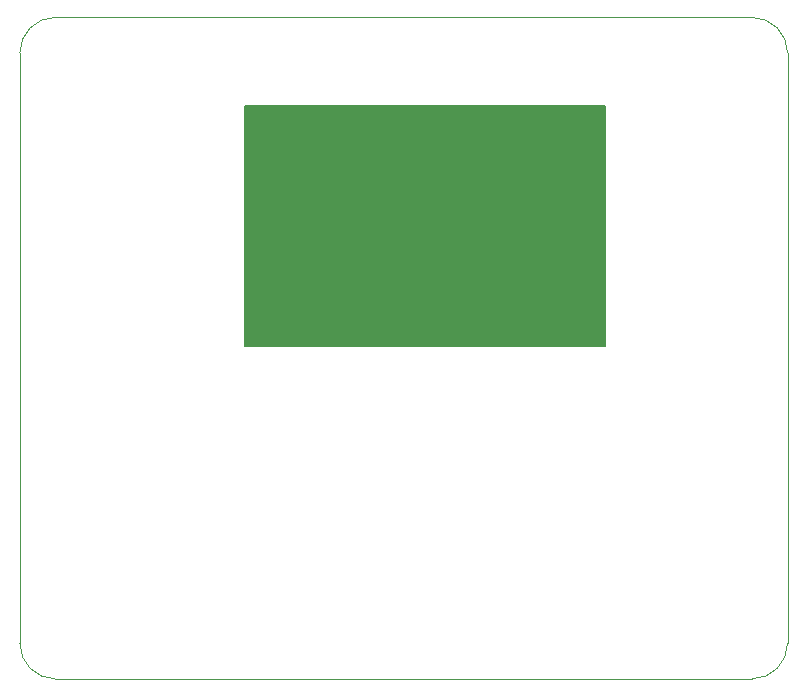
<source format=gbr>
G04 #@! TF.GenerationSoftware,KiCad,Pcbnew,7.0.10*
G04 #@! TF.CreationDate,2024-02-17T13:37:08-08:00*
G04 #@! TF.ProjectId,rpi-simplex-clock-hat,7270692d-7369-46d7-906c-65782d636c6f,1*
G04 #@! TF.SameCoordinates,Original*
G04 #@! TF.FileFunction,Profile,NP*
%FSLAX46Y46*%
G04 Gerber Fmt 4.6, Leading zero omitted, Abs format (unit mm)*
G04 Created by KiCad (PCBNEW 7.0.10) date 2024-02-17 13:37:08*
%MOMM*%
%LPD*%
G01*
G04 APERTURE LIST*
G04 #@! TA.AperFunction,Profile*
%ADD10C,0.100000*%
G04 #@! TD*
G04 #@! TA.AperFunction,Profile*
%ADD11C,0.200000*%
G04 #@! TD*
G04 APERTURE END LIST*
D10*
X103000000Y-99950000D02*
X162000000Y-99950000D01*
X165000000Y-46950000D02*
G75*
G03*
X162000000Y-43950000I-3000000J0D01*
G01*
D11*
X119050000Y-51422500D02*
X149530000Y-51422500D01*
X149530000Y-71742500D01*
X119050000Y-71742500D01*
X119050000Y-51422500D01*
G04 #@! TA.AperFunction,Profile*
G36*
X119050000Y-51422500D02*
G01*
X149530000Y-51422500D01*
X149530000Y-71742500D01*
X119050000Y-71742500D01*
X119050000Y-51422500D01*
G37*
G04 #@! TD.AperFunction*
D10*
X100000000Y-96950000D02*
G75*
G03*
X103000000Y-99950000I3000000J0D01*
G01*
X162000000Y-99950000D02*
G75*
G03*
X165000000Y-96950000I0J3000000D01*
G01*
X103000000Y-43950000D02*
G75*
G03*
X100000000Y-46950000I0J-3000000D01*
G01*
X162000000Y-43950000D02*
X103000000Y-43950000D01*
X100000000Y-46950000D02*
X100000000Y-96950000D01*
X165000000Y-96950000D02*
X165000000Y-46950000D01*
M02*

</source>
